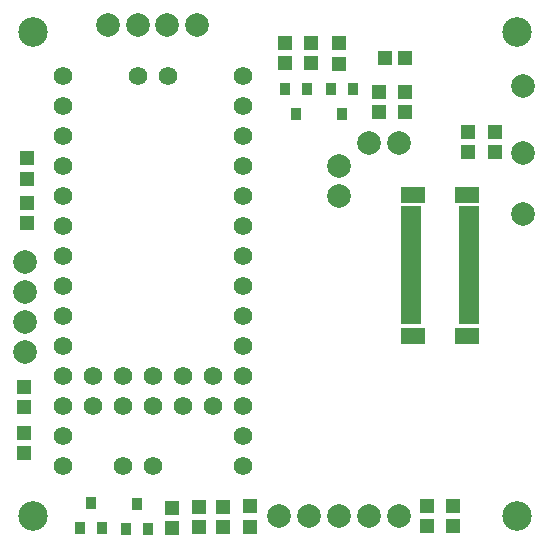
<source format=gbr>
%TF.GenerationSoftware,KiCad,Pcbnew,9.0.2*%
%TF.CreationDate,2025-07-11T21:06:49+12:00*%
%TF.ProjectId,T61,5436312e-6b69-4636-9164-5f7063625858,rev?*%
%TF.SameCoordinates,Original*%
%TF.FileFunction,Soldermask,Top*%
%TF.FilePolarity,Negative*%
%FSLAX46Y46*%
G04 Gerber Fmt 4.6, Leading zero omitted, Abs format (unit mm)*
G04 Created by KiCad (PCBNEW 9.0.2) date 2025-07-11 21:06:49*
%MOMM*%
%LPD*%
G01*
G04 APERTURE LIST*
G04 Aperture macros list*
%AMRoundRect*
0 Rectangle with rounded corners*
0 $1 Rounding radius*
0 $2 $3 $4 $5 $6 $7 $8 $9 X,Y pos of 4 corners*
0 Add a 4 corners polygon primitive as box body*
4,1,4,$2,$3,$4,$5,$6,$7,$8,$9,$2,$3,0*
0 Add four circle primitives for the rounded corners*
1,1,$1+$1,$2,$3*
1,1,$1+$1,$4,$5*
1,1,$1+$1,$6,$7*
1,1,$1+$1,$8,$9*
0 Add four rect primitives between the rounded corners*
20,1,$1+$1,$2,$3,$4,$5,0*
20,1,$1+$1,$4,$5,$6,$7,0*
20,1,$1+$1,$6,$7,$8,$9,0*
20,1,$1+$1,$8,$9,$2,$3,0*%
G04 Aperture macros list end*
%ADD10C,2.006600*%
%ADD11RoundRect,0.063500X-0.400000X-0.450000X0.400000X-0.450000X0.400000X0.450000X-0.400000X0.450000X0*%
%ADD12C,2.500000*%
%ADD13RoundRect,0.063500X0.400000X0.450000X-0.400000X0.450000X-0.400000X-0.450000X0.400000X-0.450000X0*%
%ADD14RoundRect,0.063500X-0.500000X0.550000X-0.500000X-0.550000X0.500000X-0.550000X0.500000X0.550000X0*%
%ADD15RoundRect,0.063500X0.500000X-0.550000X0.500000X0.550000X-0.500000X0.550000X-0.500000X-0.550000X0*%
%ADD16RoundRect,0.063500X0.825000X0.150000X-0.825000X0.150000X-0.825000X-0.150000X0.825000X-0.150000X0*%
%ADD17RoundRect,0.063500X0.975000X0.650000X-0.975000X0.650000X-0.975000X-0.650000X0.975000X-0.650000X0*%
%ADD18RoundRect,0.063500X-0.975000X-0.650000X0.975000X-0.650000X0.975000X0.650000X-0.975000X0.650000X0*%
%ADD19C,1.574800*%
%ADD20RoundRect,0.063500X-0.550000X-0.500000X0.550000X-0.500000X0.550000X0.500000X-0.550000X0.500000X0*%
G04 APERTURE END LIST*
D10*
%TO.C,J9*%
X159186100Y-93903600D03*
%TD*%
D11*
%TO.C,Q4*%
X132176100Y-126473600D03*
X134076100Y-126473600D03*
X133126100Y-124373600D03*
%TD*%
D12*
%TO.C,UNK_HOLE_2*%
X169186100Y-84503600D03*
%TD*%
D13*
%TO.C,Q2*%
X151436100Y-89333600D03*
X149536100Y-89333600D03*
X150486100Y-91433600D03*
%TD*%
D10*
%TO.C,J3*%
X169686100Y-94753600D03*
%TD*%
%TO.C,J13*%
X134586100Y-83903600D03*
%TD*%
D14*
%TO.C,R3*%
X154116100Y-85473600D03*
X154116100Y-87173600D03*
%TD*%
D15*
%TO.C,R12*%
X163756100Y-126323600D03*
X163756100Y-124623600D03*
%TD*%
D12*
%TO.C,UNK_HOLE_1*%
X169186100Y-125503600D03*
%TD*%
D15*
%TO.C,R7*%
X159756100Y-91273600D03*
X159756100Y-89573600D03*
%TD*%
D10*
%TO.C,J11*%
X137086100Y-83903600D03*
%TD*%
D16*
%TO.C,J4*%
X160216100Y-109003600D03*
X165156100Y-109003600D03*
X160216100Y-108503600D03*
X165156100Y-108503600D03*
X160216100Y-108003600D03*
X165156100Y-108003600D03*
X160216100Y-107503600D03*
X165156100Y-107503600D03*
X160216100Y-107003600D03*
X165156100Y-107003600D03*
X160216100Y-106503600D03*
X165156100Y-106503600D03*
X160216100Y-106003600D03*
X165156100Y-106003600D03*
X160216100Y-105503600D03*
X165156100Y-105503600D03*
X160216100Y-105003600D03*
X165156100Y-105003600D03*
X160216100Y-104503600D03*
X165156100Y-104503600D03*
X160216100Y-104003600D03*
X165156100Y-104003600D03*
X160216100Y-103503600D03*
X165156100Y-103503600D03*
X160216100Y-103003600D03*
X165156100Y-103003600D03*
X160216100Y-102503600D03*
X165156100Y-102503600D03*
X160216100Y-102003600D03*
X165156100Y-102003600D03*
X160216100Y-101503600D03*
X165156100Y-101503600D03*
X160216100Y-101003600D03*
X165156100Y-101003600D03*
X160216100Y-100503600D03*
X165156100Y-100503600D03*
X160216100Y-100003600D03*
X165156100Y-100003600D03*
X160216100Y-99503600D03*
X165156100Y-99503600D03*
D17*
X160356100Y-110203600D03*
X165006100Y-110203600D03*
D18*
X160356100Y-98303600D03*
D17*
X165006100Y-98303600D03*
%TD*%
D15*
%TO.C,R8*%
X157556100Y-91283600D03*
X157556100Y-89583600D03*
%TD*%
D14*
%TO.C,C4*%
X140026100Y-124763600D03*
X140026100Y-126463600D03*
%TD*%
D12*
%TO.C,UNK_HOLE_3*%
X128186100Y-84503600D03*
%TD*%
D14*
%TO.C,R1*%
X127716100Y-95213600D03*
X127716100Y-96913600D03*
%TD*%
D10*
%TO.C,J10*%
X156686100Y-93903600D03*
%TD*%
%TO.C,J5*%
X149086100Y-125453600D03*
X151626100Y-125453600D03*
X154166100Y-125453600D03*
X156706100Y-125453600D03*
X159246100Y-125453600D03*
%TD*%
%TO.C,J2*%
X154136100Y-95823600D03*
X154136100Y-98363600D03*
%TD*%
D15*
%TO.C,C2*%
X161546100Y-126323600D03*
X161546100Y-124623600D03*
%TD*%
D10*
%TO.C,J8*%
X169686100Y-89103600D03*
%TD*%
%TO.C,J7*%
X169686100Y-99903600D03*
%TD*%
D15*
%TO.C,C6*%
X151746100Y-87163600D03*
X151746100Y-85463600D03*
%TD*%
D14*
%TO.C,R11*%
X167316100Y-92993600D03*
X167316100Y-94693600D03*
%TD*%
D12*
%TO.C,UNK_HOLE_0*%
X128186100Y-125503600D03*
%TD*%
D19*
%TO.C,U1*%
X130726100Y-90783600D03*
X130726100Y-93323600D03*
X130726100Y-95863600D03*
X130726100Y-98403600D03*
X145966100Y-93323600D03*
X135806100Y-121263600D03*
X130726100Y-100943600D03*
X130726100Y-103483600D03*
X145966100Y-88243600D03*
X130726100Y-106023600D03*
X130726100Y-108563600D03*
X130726100Y-111103600D03*
X130726100Y-113643600D03*
X130726100Y-116183600D03*
X130726100Y-118723600D03*
X130726100Y-121263600D03*
X145966100Y-121263600D03*
X145966100Y-118723600D03*
X145966100Y-116183600D03*
X145966100Y-113643600D03*
X145966100Y-111103600D03*
X145966100Y-108563600D03*
X145966100Y-106023600D03*
X145966100Y-103483600D03*
X145966100Y-100943600D03*
X145966100Y-98403600D03*
X145966100Y-95863600D03*
X143426100Y-116183600D03*
X143426100Y-113643600D03*
X140886100Y-116183600D03*
X140886100Y-113643600D03*
X138346100Y-116183600D03*
X138346100Y-113643600D03*
X135806100Y-116183600D03*
X135806100Y-113643600D03*
X133266100Y-116183600D03*
X133266100Y-113643600D03*
X137076100Y-88243600D03*
X139616100Y-88243600D03*
X130726100Y-88243600D03*
X145966100Y-90783600D03*
X138346100Y-121263600D03*
%TD*%
D10*
%TO.C,J1*%
X127536100Y-111633600D03*
X127536100Y-109093600D03*
X127536100Y-106553600D03*
X127536100Y-104013600D03*
%TD*%
D15*
%TO.C,R5*%
X127456100Y-120153600D03*
X127456100Y-118453600D03*
%TD*%
D14*
%TO.C,C1*%
X165026100Y-92993600D03*
X165026100Y-94693600D03*
%TD*%
%TO.C,R4*%
X149516100Y-85463600D03*
X149516100Y-87163600D03*
%TD*%
D13*
%TO.C,Q1*%
X155356100Y-89333600D03*
X153456100Y-89333600D03*
X154406100Y-91433600D03*
%TD*%
D14*
%TO.C,C3*%
X146626100Y-124673600D03*
X146626100Y-126373600D03*
%TD*%
D15*
%TO.C,R10*%
X144346100Y-126403600D03*
X144346100Y-124703600D03*
%TD*%
%TO.C,R6*%
X127456100Y-116263600D03*
X127456100Y-114563600D03*
%TD*%
D11*
%TO.C,Q3*%
X136056100Y-126573600D03*
X137956100Y-126573600D03*
X137006100Y-124473600D03*
%TD*%
D10*
%TO.C,J12*%
X139586100Y-83903600D03*
%TD*%
D14*
%TO.C,R2*%
X127716100Y-99003600D03*
X127716100Y-100703600D03*
%TD*%
D20*
%TO.C,C5*%
X158036100Y-86663600D03*
X159736100Y-86663600D03*
%TD*%
D10*
%TO.C,J6*%
X142086100Y-83903600D03*
%TD*%
D15*
%TO.C,R9*%
X142246100Y-126393600D03*
X142246100Y-124693600D03*
%TD*%
M02*

</source>
